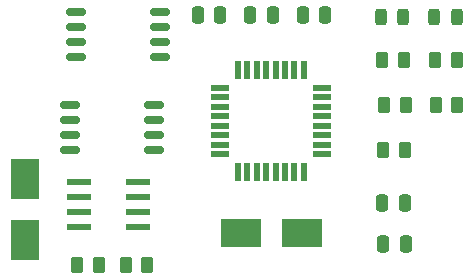
<source format=gbr>
%TF.GenerationSoftware,KiCad,Pcbnew,9.0.0*%
%TF.CreationDate,2025-05-30T17:35:02+05:30*%
%TF.ProjectId,MCU datalogger,4d435520-6461-4746-916c-6f676765722e,1*%
%TF.SameCoordinates,Original*%
%TF.FileFunction,Paste,Top*%
%TF.FilePolarity,Positive*%
%FSLAX46Y46*%
G04 Gerber Fmt 4.6, Leading zero omitted, Abs format (unit mm)*
G04 Created by KiCad (PCBNEW 9.0.0) date 2025-05-30 17:35:02*
%MOMM*%
%LPD*%
G01*
G04 APERTURE LIST*
G04 Aperture macros list*
%AMRoundRect*
0 Rectangle with rounded corners*
0 $1 Rounding radius*
0 $2 $3 $4 $5 $6 $7 $8 $9 X,Y pos of 4 corners*
0 Add a 4 corners polygon primitive as box body*
4,1,4,$2,$3,$4,$5,$6,$7,$8,$9,$2,$3,0*
0 Add four circle primitives for the rounded corners*
1,1,$1+$1,$2,$3*
1,1,$1+$1,$4,$5*
1,1,$1+$1,$6,$7*
1,1,$1+$1,$8,$9*
0 Add four rect primitives between the rounded corners*
20,1,$1+$1,$2,$3,$4,$5,0*
20,1,$1+$1,$4,$5,$6,$7,0*
20,1,$1+$1,$6,$7,$8,$9,0*
20,1,$1+$1,$8,$9,$2,$3,0*%
G04 Aperture macros list end*
%ADD10RoundRect,0.250000X-0.250000X-0.475000X0.250000X-0.475000X0.250000X0.475000X-0.250000X0.475000X0*%
%ADD11RoundRect,0.243750X-0.243750X-0.456250X0.243750X-0.456250X0.243750X0.456250X-0.243750X0.456250X0*%
%ADD12R,1.500000X0.550000*%
%ADD13R,0.550000X1.500000*%
%ADD14R,2.400000X3.500000*%
%ADD15R,3.500000X2.400000*%
%ADD16RoundRect,0.250000X0.262500X0.450000X-0.262500X0.450000X-0.262500X-0.450000X0.262500X-0.450000X0*%
%ADD17RoundRect,0.250000X0.250000X0.475000X-0.250000X0.475000X-0.250000X-0.475000X0.250000X-0.475000X0*%
%ADD18RoundRect,0.250000X-0.262500X-0.450000X0.262500X-0.450000X0.262500X0.450000X-0.262500X0.450000X0*%
%ADD19RoundRect,0.243750X0.243750X0.456250X-0.243750X0.456250X-0.243750X-0.456250X0.243750X-0.456250X0*%
%ADD20RoundRect,0.162500X-0.650000X-0.162500X0.650000X-0.162500X0.650000X0.162500X-0.650000X0.162500X0*%
%ADD21RoundRect,0.073750X-0.911250X-0.221250X0.911250X-0.221250X0.911250X0.221250X-0.911250X0.221250X0*%
G04 APERTURE END LIST*
D10*
%TO.C,C5*%
X89540000Y-88265000D03*
X91440000Y-88265000D03*
%TD*%
D11*
%TO.C,D2*%
X96169000Y-88392000D03*
X98044000Y-88392000D03*
%TD*%
D12*
%TO.C,U4*%
X82514000Y-94416371D03*
X82514000Y-95216371D03*
X82514000Y-96016371D03*
X82514000Y-96816371D03*
X82514000Y-97616371D03*
X82514000Y-98416371D03*
X82514000Y-99216371D03*
X82514000Y-100016371D03*
D13*
X84014000Y-101516371D03*
X84814000Y-101516371D03*
X85614000Y-101516371D03*
X86414000Y-101516371D03*
X87214000Y-101516371D03*
X88014000Y-101516371D03*
X88814000Y-101516371D03*
X89614000Y-101516371D03*
D12*
X91114000Y-100016371D03*
X91114000Y-99216371D03*
X91114000Y-98416371D03*
X91114000Y-97616371D03*
X91114000Y-96816371D03*
X91114000Y-96016371D03*
X91114000Y-95216371D03*
X91114000Y-94416371D03*
D13*
X89614000Y-92916371D03*
X88814000Y-92916371D03*
X88014000Y-92916371D03*
X87214000Y-92916371D03*
X86414000Y-92916371D03*
X85614000Y-92916371D03*
X84814000Y-92916371D03*
X84014000Y-92916371D03*
%TD*%
D14*
%TO.C,Y2*%
X66040000Y-107308000D03*
X66040000Y-102108000D03*
%TD*%
D15*
%TO.C,Y1*%
X89468000Y-106680000D03*
X84268000Y-106680000D03*
%TD*%
D16*
%TO.C,R1*%
X70421500Y-109410500D03*
X72246500Y-109410500D03*
%TD*%
D17*
%TO.C,C4*%
X96332000Y-107594400D03*
X98232000Y-107594400D03*
%TD*%
D16*
%TO.C,R4*%
X98251000Y-95885000D03*
X96426000Y-95885000D03*
%TD*%
%TO.C,R3*%
X98171000Y-99695000D03*
X96346000Y-99695000D03*
%TD*%
D10*
%TO.C,C1*%
X80650000Y-88265000D03*
X82550000Y-88265000D03*
%TD*%
D18*
%TO.C,R5*%
X100711000Y-92075000D03*
X102536000Y-92075000D03*
%TD*%
D19*
%TO.C,D1*%
X102537500Y-88392000D03*
X100662500Y-88392000D03*
%TD*%
D10*
%TO.C,C3*%
X85090000Y-88265000D03*
X86990000Y-88265000D03*
%TD*%
D20*
%TO.C,U1*%
X69780597Y-95885000D03*
X69780597Y-97155000D03*
X69780597Y-98425000D03*
X69780597Y-99695000D03*
X76955597Y-99695000D03*
X76955597Y-98425000D03*
X76955597Y-97155000D03*
X76955597Y-95885000D03*
%TD*%
D18*
%TO.C,R7*%
X96266000Y-92075000D03*
X98091000Y-92075000D03*
%TD*%
D20*
%TO.C,U2*%
X70288597Y-88011000D03*
X70288597Y-89281000D03*
X70288597Y-90551000D03*
X70288597Y-91821000D03*
X77463597Y-91821000D03*
X77463597Y-90551000D03*
X77463597Y-89281000D03*
X77463597Y-88011000D03*
%TD*%
D16*
%TO.C,R2*%
X76334000Y-109410500D03*
X74509000Y-109410500D03*
%TD*%
D21*
%TO.C,U3*%
X70612000Y-102362000D03*
X70612000Y-103632000D03*
X70612000Y-104902000D03*
X70612000Y-106172000D03*
X75562000Y-106172000D03*
X75562000Y-104902000D03*
X75562000Y-103632000D03*
X75562000Y-102362000D03*
%TD*%
D18*
%TO.C,R6*%
X100791000Y-95885000D03*
X102616000Y-95885000D03*
%TD*%
D17*
%TO.C,C2*%
X98166000Y-104140000D03*
X96266000Y-104140000D03*
%TD*%
M02*

</source>
